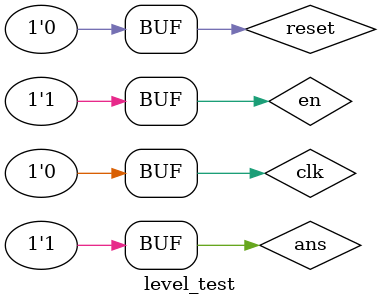
<source format=sv>
`timescale 1ns / 1ps


module level_test();

    logic clk, reset, en, ans, disp;
    logic [1:0] level;

    level_choose lvl(clk, reset, en, ans, disp, level);
    
    always
        begin 
        clk = 1; #5; 
        clk = 0; #5;
        end
             
    initial begin
     reset = 1; en = 1; ans = 1; #10; 
     reset = 0; ans = 0; #10; 
     ans = 1; #10; 
     ans = 0; #10; 
     ans = 1; #10; 
     ans = 0; #10; 
     ans = 1; #10; 
    end 
endmodule
</source>
